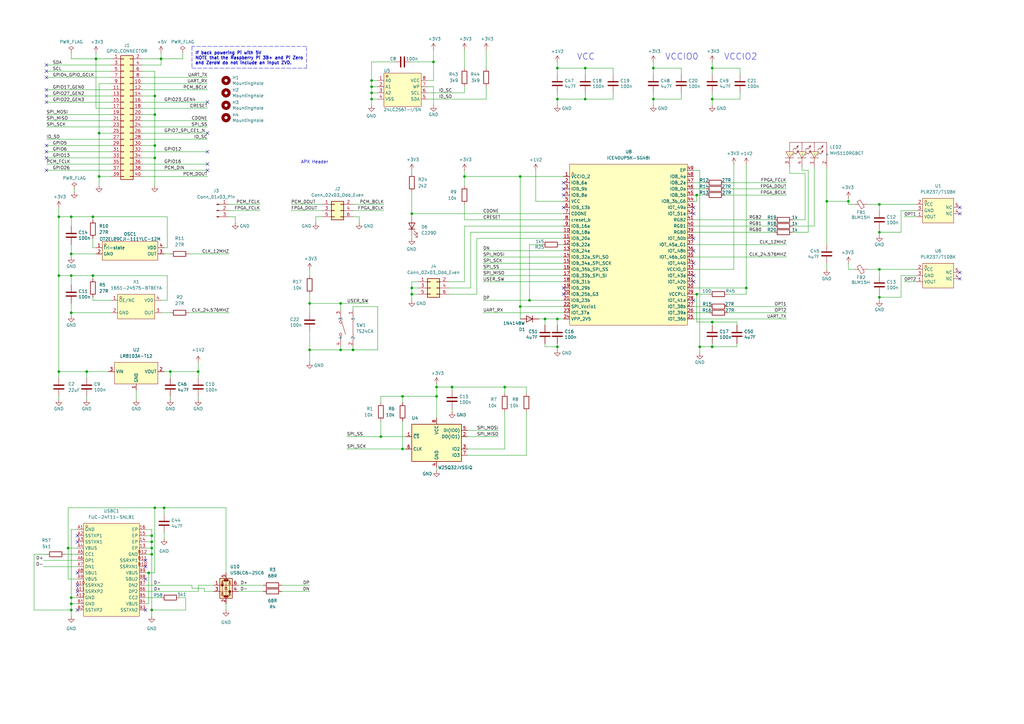
<source format=kicad_sch>
(kicad_sch (version 20250114) (generator "eeschema") (generator_version "9.0")
  (paper "A3")
  (title_block (title "Pi Zero W Hat AK4118 SPDIF transmitter") (date "2025-06-14") (rev "1.0"))
  (text "If back powering Pi with 5V \nNOTE that the Raspberry Pi 3B+ and Pi Zero \nand ZeroW do not include an input ZVD." (at 80.01 26.67 0) (effects (font (size 1.27 1.27) (thickness 0.254) (bold yes)) (justify left bottom)))
  (text "VCCIO2" (at 303.784 23.368 0) (effects (font (size 2.54 2.54))))
  (text "APX Header" (at 129.032 66.548 0) (effects (font (size 1.27 1.27))))
  (text "VCCIO0\n" (at 279.654 23.368 0) (effects (font (size 2.54 2.54))))
  (text "VCC\n" (at 240.284 23.368 0) (effects (font (size 2.54 2.54))))
  (junction (at 67.31 208.28))
  (junction (at 62.23 224.79))
  (junction (at 60.96 234.95))
  (junction (at 228.6 142.24))
  (junction (at 152.4 40.64))
  (junction (at 292.1 142.24))
  (junction (at 285.75 80.01))
  (junction (at 177.8 25.4))
  (junction (at 165.1 184.15))
  (junction (at 179.07 158.75))
  (junction (at 63.5 208.28))
  (junction (at 360.68 95.25))
  (junction (at 38.1 88.9))
  (junction (at 127 124.46))
  (junction (at 69.85 152.4))
  (junction (at 360.68 110.49))
  (junction (at 40.64 72.39))
  (junction (at 228.6 130.81))
  (junction (at 285.75 120.65))
  (junction (at 240.03 27.94))
  (junction (at 267.97 40.64))
  (junction (at 292.1 132.08))
  (junction (at 62.23 219.71))
  (junction (at 179.07 162.56))
  (junction (at 152.4 35.56))
  (junction (at 168.91 87.63))
  (junction (at 35.56 152.4))
  (junction (at 29.21 128.27))
  (junction (at 40.64 54.61))
  (junction (at 29.21 245.11))
  (junction (at 139.7 143.51))
  (junction (at 62.23 227.33))
  (junction (at 63.5 46.99))
  (junction (at 339.09 82.55))
  (junction (at 213.36 125.73))
  (junction (at 223.52 130.81))
  (junction (at 63.5 64.77))
  (junction (at 29.21 250.19))
  (junction (at 292.1 27.94))
  (junction (at 267.97 27.94))
  (junction (at 63.5 39.37))
  (junction (at 228.6 27.94))
  (junction (at 152.4 38.1))
  (junction (at 29.21 104.14))
  (junction (at 207.01 158.75))
  (junction (at 62.23 222.25))
  (junction (at 62.23 250.19))
  (junction (at 24.13 88.9))
  (junction (at 66.04 24.13))
  (junction (at 185.42 158.75))
  (junction (at 29.21 88.9))
  (junction (at 39.37 24.13))
  (junction (at 190.5 72.39))
  (junction (at 306.07 118.11))
  (junction (at 240.03 40.64))
  (junction (at 360.68 83.82))
  (junction (at 29.21 113.03))
  (junction (at 152.4 33.02))
  (junction (at 139.7 124.46))
  (junction (at 63.5 59.69))
  (junction (at 156.21 179.07))
  (junction (at 213.36 72.39))
  (junction (at 24.13 113.03))
  (junction (at 127 143.51))
  (junction (at 287.02 142.24))
  (junction (at 292.1 40.64))
  (junction (at 347.98 82.55))
  (junction (at 165.1 162.56))
  (junction (at 168.91 120.65))
  (junction (at 81.28 152.4))
  (junction (at 144.78 143.51))
  (junction (at 38.1 113.03))
  (junction (at 29.21 247.65))
  (junction (at 217.17 123.19))
  (junction (at 168.91 118.11))
  (junction (at 360.68 121.92))
  (junction (at 24.13 152.4))
  (junction (at 228.6 40.64))
  (junction (at 27.94 224.79))
  (no_connect (at 31.75 222.25))
  (no_connect (at 19.05 59.69))
  (no_connect (at 19.05 39.37))
  (no_connect (at 19.05 69.85))
  (no_connect (at 31.75 250.19))
  (no_connect (at 19.05 64.77))
  (no_connect (at 31.75 219.71))
  (no_connect (at 59.69 232.41))
  (no_connect (at 393.7 114.3))
  (no_connect (at 85.09 69.85))
  (no_connect (at 284.48 115.57))
  (no_connect (at 19.05 31.75))
  (no_connect (at 19.05 36.83))
  (no_connect (at 59.69 250.19))
  (no_connect (at 284.48 85.09))
  (no_connect (at 231.14 74.93))
  (no_connect (at 85.09 62.23))
  (no_connect (at 59.69 237.49))
  (no_connect (at 393.7 111.76))
  (no_connect (at 59.69 229.87))
  (no_connect (at 284.48 87.63))
  (no_connect (at 284.48 97.79))
  (no_connect (at 19.05 62.23))
  (no_connect (at 31.75 242.57))
  (no_connect (at 284.48 123.19))
  (no_connect (at 85.09 41.91))
  (no_connect (at 393.7 87.63))
  (no_connect (at 231.14 77.47))
  (no_connect (at 284.48 113.03))
  (no_connect (at 231.14 80.01))
  (no_connect (at 31.75 234.95))
  (no_connect (at 284.48 102.87))
  (no_connect (at 393.7 85.09))
  (no_connect (at 31.75 240.03))
  (no_connect (at 85.09 67.31))
  (no_connect (at 284.48 107.95))
  (no_connect (at 19.05 26.67))
  (no_connect (at 85.09 54.61))
  (no_connect (at 231.14 120.65))
  (no_connect (at 19.05 41.91))
  (no_connect (at 19.05 29.21))
  (no_connect (at 231.14 85.09))
  (no_connect (at 231.14 118.11))
  (wire (pts (xy 59.69 242.57) (xy 81.28 242.57)))
  (wire (pts (xy 129.54 91.44) (xy 129.54 88.9)))
  (wire (pts (xy 152.4 40.64) (xy 152.4 38.1)))
  (wire (pts (xy 207.01 158.75) (xy 185.42 158.75)))
  (wire (pts (xy 29.21 247.65) (xy 31.75 247.65)))
  (wire (pts (xy 198.12 107.95) (xy 231.14 107.95)))
  (wire (pts (xy 59.69 240.03) (xy 78.74 240.03)))
  (wire (pts (xy 19.05 69.85) (xy 45.72 69.85)))
  (wire (pts (xy 240.03 27.94) (xy 228.6 27.94)))
  (wire (pts (xy 177.8 33.02) (xy 175.26 33.02)))
  (wire (pts (xy 213.36 125.73) (xy 231.14 125.73)))
  (wire (pts (xy 334.01 92.71) (xy 334.01 68.58)))
  (wire (pts (xy 29.21 104.14) (xy 39.37 104.14)))
  (wire (pts (xy 58.42 26.67) (xy 66.04 26.67)))
  (wire (pts (xy 24.13 113.03) (xy 29.21 113.03)))
  (wire (pts (xy 298.45 120.65) (xy 306.07 120.65)))
  (wire (pts (xy 179.07 162.56) (xy 179.07 171.45)))
  (wire (pts (xy 279.4 27.94) (xy 279.4 30.48)))
  (wire (pts (xy 69.85 162.56) (xy 69.85 163.83)))
  (wire (pts (xy 13.97 227.33) (xy 13.97 250.19)))
  (wire (pts (xy 152.4 40.64) (xy 154.94 40.64)))
  (wire (pts (xy 45.72 54.61) (xy 40.64 54.61)))
  (wire (pts (xy 219.71 82.55) (xy 219.71 69.85)))
  (wire (pts (xy 45.72 44.45) (xy 39.37 44.45)))
  (wire (pts (xy 38.1 101.6) (xy 38.1 97.79)))
  (wire (pts (xy 190.5 115.57) (xy 190.5 92.71)))
  (wire (pts (xy 287.02 69.85) (xy 284.48 69.85)))
  (wire (pts (xy 213.36 130.81) (xy 213.36 125.73)))
  (wire (pts (xy 300.99 110.49) (xy 284.48 110.49)))
  (wire (pts (xy 284.48 77.47) (xy 289.56 77.47)))
  (wire (pts (xy 38.1 88.9) (xy 68.58 88.9)))
  (wire (pts (xy 228.6 27.94) (xy 228.6 30.48)))
  (wire (pts (xy 292.1 25.4) (xy 292.1 27.94)))
  (wire (pts (xy 19.05 46.99) (xy 45.72 46.99)))
  (wire (pts (xy 298.45 125.73) (xy 322.58 125.73)))
  (wire (pts (xy 40.64 54.61) (xy 40.64 72.39)))
  (wire (pts (xy 152.4 25.4) (xy 152.4 33.02)))
  (wire (pts (xy 73.66 245.11) (xy 76.2 245.11)))
  (wire (pts (xy 24.13 152.4) (xy 35.56 152.4)))
  (wire (pts (xy 198.12 105.41) (xy 231.14 105.41)))
  (wire (pts (xy 127 124.46) (xy 139.7 124.46)))
  (wire (pts (xy 59.69 222.25) (xy 62.23 222.25)))
  (wire (pts (xy 355.6 110.49) (xy 360.68 110.49)))
  (wire (pts (xy 165.1 172.72) (xy 165.1 184.15)))
  (wire (pts (xy 132.08 83.82) (xy 119.38 83.82)))
  (wire (pts (xy 19.05 227.33) (xy 13.97 227.33)))
  (wire (pts (xy 45.72 34.29) (xy 40.64 34.29)))
  (wire (pts (xy 185.42 160.02) (xy 185.42 158.75)))
  (wire (pts (xy 81.28 152.4) (xy 81.28 154.94)))
  (wire (pts (xy 156.21 165.1) (xy 156.21 162.56)))
  (wire (pts (xy 193.04 95.25) (xy 231.14 95.25)))
  (wire (pts (xy 58.42 57.15) (xy 85.09 57.15)))
  (wire (pts (xy 228.6 130.81) (xy 231.14 130.81)))
  (wire (pts (xy 179.07 191.77) (xy 179.07 193.04)))
  (polyline (pts (xy 125.73 19.05) (xy 78.74 19.05)) (stroke (width 0) (type dash)))
  (wire (pts (xy 191.77 186.69) (xy 215.9 186.69)))
  (wire (pts (xy 177.8 35.56) (xy 177.8 43.18)))
  (wire (pts (xy 251.46 38.1) (xy 251.46 40.64)))
  (wire (pts (xy 38.1 123.19) (xy 45.72 123.19)))
  (wire (pts (xy 29.21 24.13) (xy 39.37 24.13)))
  (wire (pts (xy 45.72 72.39) (xy 40.64 72.39)))
  (wire (pts (xy 29.21 104.14) (xy 29.21 105.41)))
  (wire (pts (xy 58.42 49.53) (xy 85.09 49.53)))
  (wire (pts (xy 285.75 120.65) (xy 290.83 120.65)))
  (wire (pts (xy 207.01 168.91) (xy 207.01 184.15)))
  (wire (pts (xy 190.5 90.17) (xy 231.14 90.17)))
  (wire (pts (xy 195.58 120.65) (xy 184.15 120.65)))
  (wire (pts (xy 284.48 120.65) (xy 285.75 120.65)))
  (wire (pts (xy 347.98 81.28) (xy 347.98 82.55)))
  (wire (pts (xy 62.23 227.33) (xy 62.23 224.79)))
  (wire (pts (xy 62.23 250.19) (xy 62.23 227.33)))
  (wire (pts (xy 62.23 222.25) (xy 62.23 219.71)))
  (wire (pts (xy 139.7 124.46) (xy 139.7 127)))
  (wire (pts (xy 292.1 133.35) (xy 292.1 132.08)))
  (wire (pts (xy 306.07 67.31) (xy 306.07 118.11)))
  (wire (pts (xy 81.28 242.57) (xy 81.28 240.03)))
  (wire (pts (xy 19.05 41.91) (xy 45.72 41.91)))
  (wire (pts (xy 325.12 90.17) (xy 330.2 90.17)))
  (wire (pts (xy 59.69 219.71) (xy 62.23 219.71)))
  (wire (pts (xy 81.28 152.4) (xy 81.28 148.59)))
  (wire (pts (xy 195.58 97.79) (xy 195.58 120.65)))
  (wire (pts (xy 29.21 252.73) (xy 29.21 250.19)))
  (wire (pts (xy 77.47 128.27) (xy 93.98 128.27)))
  (wire (pts (xy 198.12 128.27) (xy 231.14 128.27)))
  (wire (pts (xy 35.56 152.4) (xy 44.45 152.4)))
  (wire (pts (xy 251.46 30.48) (xy 251.46 27.94)))
  (wire (pts (xy 97.79 242.57) (xy 107.95 242.57)))
  (wire (pts (xy 156.21 179.07) (xy 166.37 179.07)))
  (wire (pts (xy 66.04 128.27) (xy 69.85 128.27)))
  (wire (pts (xy 360.68 110.49) (xy 360.68 113.03)))
  (wire (pts (xy 339.09 107.95) (xy 339.09 110.49)))
  (wire (pts (xy 66.04 26.67) (xy 66.04 24.13)))
  (wire (pts (xy 156.21 172.72) (xy 156.21 179.07)))
  (wire (pts (xy 27.94 208.28) (xy 27.94 224.79)))
  (wire (pts (xy 38.1 88.9) (xy 38.1 90.17)))
  (wire (pts (xy 339.09 82.55) (xy 347.98 82.55)))
  (wire (pts (xy 240.03 40.64) (xy 228.6 40.64)))
  (wire (pts (xy 347.98 107.95) (xy 347.98 110.49)))
  (wire (pts (xy 27.94 224.79) (xy 31.75 224.79)))
  (polyline (pts (xy 125.73 27.94) (xy 125.73 19.05)) (stroke (width 0) (type dash)))
  (wire (pts (xy 284.48 118.11) (xy 306.07 118.11)))
  (wire (pts (xy 302.26 133.35) (xy 302.26 132.08)))
  (wire (pts (xy 147.32 91.44) (xy 147.32 88.9)))
  (wire (pts (xy 360.68 110.49) (xy 375.92 110.49)))
  (wire (pts (xy 251.46 40.64) (xy 240.03 40.64)))
  (wire (pts (xy 168.91 87.63) (xy 231.14 87.63)))
  (wire (pts (xy 144.78 125.73) (xy 154.94 125.73)))
  (wire (pts (xy 92.71 234.95) (xy 92.71 208.28)))
  (wire (pts (xy 69.85 152.4) (xy 69.85 154.94)))
  (wire (pts (xy 179.07 158.75) (xy 179.07 162.56)))
  (wire (pts (xy 175.26 35.56) (xy 177.8 35.56)))
  (wire (pts (xy 168.91 120.65) (xy 168.91 118.11)))
  (wire (pts (xy 303.53 27.94) (xy 303.53 30.48)))
  (wire (pts (xy 297.18 74.93) (xy 322.58 74.93)))
  (wire (pts (xy 58.42 69.85) (xy 85.09 69.85)))
  (wire (pts (xy 297.18 77.47) (xy 322.58 77.47)))
  (wire (pts (xy 58.42 54.61) (xy 85.09 54.61)))
  (wire (pts (xy 35.56 152.4) (xy 35.56 154.94)))
  (wire (pts (xy 179.07 157.48) (xy 179.07 158.75)))
  (wire (pts (xy 267.97 27.94) (xy 267.97 30.48)))
  (wire (pts (xy 24.13 113.03) (xy 24.13 152.4)))
  (polyline (pts (xy 78.74 27.94) (xy 125.73 27.94)) (stroke (width 0) (type dash)))
  (wire (pts (xy 284.48 82.55) (xy 285.75 82.55)))
  (wire (pts (xy 66.04 24.13) (xy 74.93 24.13)))
  (wire (pts (xy 59.69 245.11) (xy 66.04 245.11)))
  (wire (pts (xy 375.92 86.36) (xy 369.57 86.36)))
  (wire (pts (xy 19.05 29.21) (xy 45.72 29.21)))
  (wire (pts (xy 67.31 104.14) (xy 69.85 104.14)))
  (wire (pts (xy 19.05 49.53) (xy 45.72 49.53)))
  (wire (pts (xy 284.48 95.25) (xy 317.5 95.25)))
  (wire (pts (xy 81.28 162.56) (xy 81.28 163.83)))
  (wire (pts (xy 13.97 250.19) (xy 29.21 250.19)))
  (wire (pts (xy 302.26 142.24) (xy 292.1 142.24)))
  (wire (pts (xy 63.5 208.28) (xy 27.94 208.28)))
  (wire (pts (xy 93.98 86.36) (xy 106.68 86.36)))
  (wire (pts (xy 287.02 144.78) (xy 287.02 142.24)))
  (wire (pts (xy 58.42 24.13) (xy 66.04 24.13)))
  (wire (pts (xy 63.5 39.37) (xy 63.5 46.99)))
  (wire (pts (xy 69.85 152.4) (xy 81.28 152.4)))
  (wire (pts (xy 231.14 82.55) (xy 219.71 82.55)))
  (wire (pts (xy 223.52 142.24) (xy 228.6 142.24)))
  (wire (pts (xy 279.4 40.64) (xy 267.97 40.64)))
  (wire (pts (xy 127 135.89) (xy 127 143.51)))
  (wire (pts (xy 144.78 86.36) (xy 157.48 86.36)))
  (wire (pts (xy 323.85 71.12) (xy 330.2 71.12)))
  (wire (pts (xy 59.69 247.65) (xy 60.96 247.65)))
  (wire (pts (xy 156.21 162.56) (xy 165.1 162.56)))
  (wire (pts (xy 67.31 208.28) (xy 92.71 208.28)))
  (wire (pts (xy 168.91 123.19) (xy 168.91 120.65)))
  (wire (pts (xy 185.42 167.64) (xy 185.42 168.91)))
  (wire (pts (xy 267.97 40.64) (xy 267.97 43.18)))
  (wire (pts (xy 213.36 72.39) (xy 213.36 125.73)))
  (wire (pts (xy 29.21 245.11) (xy 31.75 245.11)))
  (wire (pts (xy 60.96 234.95) (xy 63.5 234.95)))
  (wire (pts (xy 144.78 142.24) (xy 144.78 143.51)))
  (wire (pts (xy 213.36 72.39) (xy 231.14 72.39)))
  (wire (pts (xy 191.77 184.15) (xy 207.01 184.15)))
  (wire (pts (xy 59.69 224.79) (xy 62.23 224.79)))
  (wire (pts (xy 223.52 130.81) (xy 223.52 133.35)))
  (wire (pts (xy 228.6 130.81) (xy 228.6 133.35)))
  (wire (pts (xy 161.29 25.4) (xy 152.4 25.4)))
  (wire (pts (xy 139.7 142.24) (xy 139.7 143.51)))
  (wire (pts (xy 284.48 130.81) (xy 322.58 130.81)))
  (wire (pts (xy 58.42 72.39) (xy 85.09 72.39)))
  (wire (pts (xy 17.78 229.87) (xy 31.75 229.87)))
  (wire (pts (xy 67.31 101.6) (xy 68.58 101.6)))
  (wire (pts (xy 144.78 83.82) (xy 157.48 83.82)))
  (wire (pts (xy 59.69 227.33) (xy 62.23 227.33)))
  (wire (pts (xy 287.02 142.24) (xy 287.02 69.85)))
  (wire (pts (xy 360.68 121.92) (xy 360.68 123.19)))
  (wire (pts (xy 370.84 88.9) (xy 375.92 88.9)))
  (wire (pts (xy 298.45 128.27) (xy 322.58 128.27)))
  (wire (pts (xy 285.75 82.55) (xy 285.75 80.01)))
  (wire (pts (xy 35.56 162.56) (xy 35.56 163.83)))
  (wire (pts (xy 144.78 127) (xy 144.78 125.73)))
  (wire (pts (xy 63.5 234.95) (xy 63.5 208.28)))
  (wire (pts (xy 63.5 59.69) (xy 63.5 64.77)))
  (wire (pts (xy 152.4 35.56) (xy 152.4 33.02)))
  (wire (pts (xy 127 124.46) (xy 127 128.27)))
  (wire (pts (xy 360.68 83.82) (xy 375.92 83.82)))
  (wire (pts (xy 284.48 80.01) (xy 285.75 80.01)))
  (wire (pts (xy 154.94 143.51) (xy 144.78 143.51)))
  (wire (pts (xy 19.05 31.75) (xy 45.72 31.75)))
  (wire (pts (xy 199.39 35.56) (xy 199.39 40.64)))
  (wire (pts (xy 325.12 92.71) (xy 334.01 92.71)))
  (wire (pts (xy 284.48 125.73) (xy 290.83 125.73)))
  (wire (pts (xy 297.18 80.01) (xy 322.58 80.01)))
  (wire (pts (xy 223.52 130.81) (xy 228.6 130.81)))
  (wire (pts (xy 190.5 35.56) (xy 190.5 38.1)))
  (wire (pts (xy 40.64 34.29) (xy 40.64 54.61)))
  (wire (pts (xy 347.98 110.49) (xy 350.52 110.49)))
  (wire (pts (xy 165.1 162.56) (xy 165.1 165.1)))
  (wire (pts (xy 168.91 120.65) (xy 171.45 120.65)))
  (wire (pts (xy 267.97 25.4) (xy 267.97 27.94)))
  (wire (pts (xy 96.52 91.44) (xy 96.52 88.9)))
  (wire (pts (xy 19.05 26.67) (xy 45.72 26.67)))
  (wire (pts (xy 193.04 118.11) (xy 193.04 95.25)))
  (wire (pts (xy 58.42 64.77) (xy 63.5 64.77)))
  (wire (pts (xy 58.42 62.23) (xy 85.09 62.23)))
  (wire (pts (xy 152.4 38.1) (xy 152.4 35.56)))
  (wire (pts (xy 67.31 152.4) (xy 69.85 152.4)))
  (wire (pts (xy 97.79 240.03) (xy 107.95 240.03)))
  (wire (pts (xy 62.23 219.71) (xy 62.23 217.17)))
  (wire (pts (xy 152.4 33.02) (xy 154.94 33.02)))
  (wire (pts (xy 168.91 87.63) (xy 168.91 88.9)))
  (wire (pts (xy 60.96 247.65) (xy 60.96 234.95)))
  (wire (pts (xy 292.1 140.97) (xy 292.1 142.24)))
  (wire (pts (xy 215.9 158.75) (xy 207.01 158.75)))
  (wire (pts (xy 38.1 121.92) (xy 38.1 123.19)))
  (wire (pts (xy 127 110.49) (xy 127 113.03)))
  (wire (pts (xy 177.8 25.4) (xy 177.8 33.02)))
  (wire (pts (xy 292.1 38.1) (xy 292.1 40.64)))
  (wire (pts (xy 325.12 95.25) (xy 331.47 95.25)))
  (wire (pts (xy 58.42 46.99) (xy 63.5 46.99)))
  (wire (pts (xy 168.91 78.74) (xy 168.91 87.63)))
  (wire (pts (xy 142.24 179.07) (xy 156.21 179.07)))
  (wire (pts (xy 76.2 250.19) (xy 62.23 250.19)))
  (wire (pts (xy 127 143.51) (xy 127 148.59)))
  (wire (pts (xy 24.13 152.4) (xy 24.13 154.94)))
  (wire (pts (xy 154.94 125.73) (xy 154.94 143.51)))
  (wire (pts (xy 339.09 68.58) (xy 339.09 82.55)))
  (wire (pts (xy 19.05 52.07) (xy 45.72 52.07)))
  (wire (pts (xy 198.12 113.03) (xy 231.14 113.03)))
  (wire (pts (xy 63.5 46.99) (xy 63.5 59.69)))
  (wire (pts (xy 328.93 68.58) (xy 328.93 69.85)))
  (wire (pts (xy 292.1 40.64) (xy 292.1 43.18)))
  (wire (pts (xy 215.9 161.29) (xy 215.9 158.75)))
  (wire (pts (xy 175.26 40.64) (xy 199.39 40.64)))
  (wire (pts (xy 190.5 72.39) (xy 190.5 76.2)))
  (wire (pts (xy 190.5 69.85) (xy 190.5 72.39)))
  (wire (pts (xy 370.84 115.57) (xy 375.92 115.57)))
  (wire (pts (xy 39.37 101.6) (xy 38.1 101.6)))
  (wire (pts (xy 185.42 158.75) (xy 179.07 158.75)))
  (wire (pts (xy 24.13 88.9) (xy 29.21 88.9)))
  (wire (pts (xy 40.64 72.39) (xy 40.64 76.2)))
  (wire (pts (xy 31.75 237.49) (xy 27.94 237.49)))
  (wire (pts (xy 331.47 69.85) (xy 331.47 95.25)))
  (wire (pts (xy 19.05 67.31) (xy 45.72 67.31)))
  (wire (pts (xy 168.91 25.4) (xy 177.8 25.4)))
  (wire (pts (xy 58.42 39.37) (xy 63.5 39.37)))
  (wire (pts (xy 369.57 86.36) (xy 369.57 95.25)))
  (wire (pts (xy 228.6 38.1) (xy 228.6 40.64)))
  (wire (pts (xy 228.6 40.64) (xy 228.6 43.18)))
  (wire (pts (xy 360.68 93.98) (xy 360.68 95.25)))
  (wire (pts (xy 215.9 168.91) (xy 215.9 186.69)))
  (wire (pts (xy 58.42 34.29) (xy 85.09 34.29)))
  (wire (pts (xy 63.5 64.77) (xy 63.5 76.2)))
  (wire (pts (xy 19.05 39.37) (xy 45.72 39.37)))
  (wire (pts (xy 29.21 128.27) (xy 29.21 129.54)))
  (wire (pts (xy 303.53 27.94) (xy 292.1 27.94)))
  (wire (pts (xy 76.2 245.11) (xy 76.2 250.19)))
  (wire (pts (xy 30.48 77.47) (xy 30.48 78.74)))
  (wire (pts (xy 303.53 38.1) (xy 303.53 40.64)))
  (wire (pts (xy 19.05 64.77) (xy 45.72 64.77)))
  (wire (pts (xy 67.31 218.44) (xy 67.31 220.98)))
  (wire (pts (xy 251.46 27.94) (xy 240.03 27.94)))
  (wire (pts (xy 339.09 82.55) (xy 339.09 100.33)))
  (wire (pts (xy 360.68 120.65) (xy 360.68 121.92)))
  (wire (pts (xy 129.54 88.9) (xy 132.08 88.9)))
  (wire (pts (xy 347.98 83.82) (xy 350.52 83.82)))
  (wire (pts (xy 29.21 245.11) (xy 29.21 217.17)))
  (wire (pts (xy 58.42 52.07) (xy 85.09 52.07)))
  (wire (pts (xy 24.13 85.09) (xy 24.13 88.9)))
  (wire (pts (xy 302.26 140.97) (xy 302.26 142.24)))
  (wire (pts (xy 190.5 92.71) (xy 231.14 92.71)))
  (wire (pts (xy 198.12 123.19) (xy 217.17 123.19)))
  (wire (pts (xy 29.21 100.33) (xy 29.21 104.14)))
  (wire (pts (xy 198.12 102.87) (xy 231.14 102.87)))
  (wire (pts (xy 74.93 21.59) (xy 74.93 24.13)))
  (wire (pts (xy 68.58 101.6) (xy 68.58 88.9)))
  (wire (pts (xy 39.37 24.13) (xy 39.37 21.59)))
  (wire (pts (xy 29.21 88.9) (xy 38.1 88.9)))
  (wire (pts (xy 175.26 38.1) (xy 190.5 38.1)))
  (wire (pts (xy 165.1 184.15) (xy 166.37 184.15)))
  (wire (pts (xy 165.1 162.56) (xy 179.07 162.56)))
  (wire (pts (xy 279.4 27.94) (xy 267.97 27.94)))
  (wire (pts (xy 29.21 88.9) (xy 29.21 92.71)))
  (wire (pts (xy 58.42 29.21) (xy 63.5 29.21)))
  (wire (pts (xy 132.08 86.36) (xy 119.38 86.36)))
  (wire (pts (xy 284.48 128.27) (xy 290.83 128.27)))
  (wire (pts (xy 139.7 124.46) (xy 151.13 124.46)))
  (wire (pts (xy 323.85 68.58) (xy 323.85 71.12)))
  (wire (pts (xy 66.04 123.19) (xy 68.58 123.19)))
  (wire (pts (xy 55.88 160.02) (xy 55.88 163.83)))
  (wire (pts (xy 29.21 128.27) (xy 45.72 128.27)))
  (wire (pts (xy 217.17 100.33) (xy 217.17 123.19)))
  (wire (pts (xy 369.57 95.25) (xy 360.68 95.25)))
  (wire (pts (xy 284.48 74.93) (xy 289.56 74.93)))
  (wire (pts (xy 360.68 95.25) (xy 360.68 96.52)))
  (wire (pts (xy 177.8 20.32) (xy 177.8 25.4)))
  (wire (pts (xy 83.82 242.57) (xy 87.63 242.57)))
  (wire (pts (xy 355.6 83.82) (xy 360.68 83.82)))
  (wire (pts (xy 62.23 224.79) (xy 62.23 222.25)))
  (wire (pts (xy 152.4 38.1) (xy 154.94 38.1)))
  (wire (pts (xy 360.68 83.82) (xy 360.68 86.36)))
  (wire (pts (xy 285.75 132.08) (xy 285.75 120.65)))
  (wire (pts (xy 29.21 24.13) (xy 29.21 21.59)))
  (wire (pts (xy 66.04 24.13) (xy 66.04 21.59)))
  (wire (pts (xy 369.57 121.92) (xy 360.68 121.92)))
  (wire (pts (xy 184.15 118.11) (xy 193.04 118.11)))
  (wire (pts (xy 292.1 142.24) (xy 287.02 142.24)))
  (wire (pts (xy 217.17 100.33) (xy 222.25 100.33)))
  (wire (pts (xy 369.57 113.03) (xy 369.57 121.92)))
  (wire (pts (xy 60.96 234.95) (xy 59.69 234.95)))
  (wire (pts (xy 228.6 25.4) (xy 228.6 27.94)))
  (wire (pts (xy 58.42 31.75) (xy 85.09 31.75)))
  (wire (pts (xy 62.23 217.17) (xy 59.69 217.17)))
  (wire (pts (xy 68.58 123.19) (xy 68.58 113.03)))
  (wire (pts (xy 330.2 71.12) (xy 330.2 90.17)))
  (wire (pts (xy 267.97 38.1) (xy 267.97 40.64)))
  (polyline (pts (xy 78.74 19.05) (xy 78.74 27.94)) (stroke (width 0) (type dash)))
  (wire (pts (xy 220.98 130.81) (xy 223.52 130.81)))
  (wire (pts (xy 39.37 24.13) (xy 45.72 24.13)))
  (wire (pts (xy 96.52 88.9) (xy 93.98 88.9)))
  (wire (pts (xy 228.6 142.24) (xy 228.6 143.51)))
  (wire (pts (xy 142.24 184.15) (xy 165.1 184.15)))
  (wire (pts (xy 24.13 88.9) (xy 24.13 113.03)))
  (wire (pts (xy 240.03 38.1) (xy 240.03 40.64)))
  (wire (pts (xy 24.13 162.56) (xy 24.13 163.83)))
  (wire (pts (xy 62.23 252.73) (xy 62.23 250.19)))
  (wire (pts (xy 19.05 59.69) (xy 45.72 59.69)))
  (wire (pts (xy 168.91 118.11) (xy 168.91 115.57)))
  (wire (pts (xy 375.92 113.03) (xy 369.57 113.03)))
  (wire (pts (xy 217.17 123.19) (xy 231.14 123.19)))
  (wire (pts (xy 81.28 240.03) (xy 87.63 240.03)))
  (wire (pts (xy 58.42 59.69) (xy 63.5 59.69)))
  (wire (pts (xy 115.57 242.57) (xy 127 242.57)))
  (wire (pts (xy 231.14 97.79) (xy 195.58 97.79)))
  (wire (pts (xy 38.1 113.03) (xy 68.58 113.03)))
  (wire (pts (xy 58.42 44.45) (xy 85.09 44.45)))
  (wire (pts (xy 279.4 38.1) (xy 279.4 40.64)))
  (wire (pts (xy 58.42 67.31) (xy 85.09 67.31)))
  (wire (pts (xy 115.57 240.03) (xy 127 240.03)))
  (wire (pts (xy 152.4 43.18) (xy 152.4 40.64)))
  (wire (pts (xy 292.1 27.94) (xy 292.1 30.48)))
  (wire (pts (xy 284.48 100.33) (xy 322.58 100.33)))
  (wire (pts (xy 302.26 132.08) (xy 292.1 132.08)))
  (wire (pts (xy 191.77 179.07) (xy 204.47 179.07)))
  (wire (pts (xy 168.91 118.11) (xy 171.45 118.11)))
  (wire (pts (xy 29.21 124.46) (xy 29.21 128.27)))
  (wire (pts (xy 284.48 105.41) (xy 322.58 105.41)))
  (wire (pts (xy 198.12 115.57) (xy 231.14 115.57)))
  (wire (pts (xy 78.74 240.03) (xy 78.74 241.3)))
  (wire (pts (xy 26.67 227.33) (xy 31.75 227.33)))
  (wire (pts (xy 139.7 143.51) (xy 127 143.51)))
  (wire (pts (xy 39.37 44.45) (xy 39.37 24.13)))
  (wire (pts (xy 198.12 110.49) (xy 231.14 110.49)))
  (wire (pts (xy 207.01 158.75) (xy 207.01 161.29)))
  (wire (pts (xy 240.03 27.94) (xy 240.03 30.48)))
  (wire (pts (xy 190.5 72.39) (xy 213.36 72.39)))
  (wire (pts (xy 63.5 29.21) (xy 63.5 39.37)))
  (wire (pts (xy 27.94 237.49) (xy 27.94 224.79)))
  (wire (pts (xy 139.7 143.51) (xy 144.78 143.51)))
  (wire (pts (xy 284.48 90.17) (xy 317.5 90.17)))
  (wire (pts (xy 199.39 20.32) (xy 199.39 27.94)))
  (wire (pts (xy 29.21 113.03) (xy 29.21 116.84)))
  (wire (pts (xy 19.05 62.23) (xy 45.72 62.23)))
  (wire (pts (xy 285.75 80.01) (xy 289.56 80.01)))
  (wire (pts (xy 168.91 115.57) (xy 171.45 115.57)))
  (wire (pts (xy 19.05 36.83) (xy 45.72 36.83)))
  (wire (pts (xy 168.91 96.52) (xy 168.91 97.79)))
  (wire (pts (xy 58.42 36.83) (xy 85.09 36.83)))
  (wire (pts (xy 38.1 113.03) (xy 38.1 114.3)))
  (wire (pts (xy 77.47 104.14) (xy 93.98 104.14)))
  (wire (pts (xy 17.78 232.41) (xy 31.75 232.41)))
  (wire (pts (xy 184.15 115.57) (xy 190.5 115.57)))
  (wire (pts (xy 168.91 69.85) (xy 168.91 71.12)))
  (wire (pts (xy 78.74 241.3) (xy 83.82 241.3)))
  (wire (pts (xy 347.98 82.55) (xy 347.98 83.82)))
  (wire (pts (xy 328.93 69.85) (xy 331.47 69.85)))
  (wire (pts (xy 190.5 20.32) (xy 190.5 27.94)))
  (wire (pts (xy 306.07 120.65) (xy 306.07 118.11)))
  (wire (pts (xy 228.6 140.97) (xy 228.6 142.24)))
  (wire (pts (xy 229.87 100.33) (xy 231.14 100.33)))
  (wire (pts (xy 152.4 35.56) (xy 154.94 35.56)))
  (wire (pts (xy 29.21 113.03) (xy 38.1 113.03)))
  (wire (pts (xy 63.5 208.28) (xy 67.31 208.28)))
  (wire (pts (xy 58.42 41.91) (xy 85.09 41.91)))
  (wire (pts (xy 190.5 90.17) (xy 190.5 83.82)))
  (wire (pts (xy 147.32 88.9) (xy 144.78 88.9)))
  (wire (pts (xy 303.53 40.64) (xy 292.1 40.64)))
  (wire (pts (xy 29.21 250.19) (xy 29.21 247.65)))
  (wire (pts (xy 284.48 92.71) (xy 317.5 92.71)))
  (wire (pts (xy 92.71 247.65) (xy 92.71 250.19)))
  (wire (pts (xy 67.31 208.28) (xy 67.31 210.82)))
  (wire (pts (xy 300.99 67.31) (xy 300.99 110.49)))
  (wire (pts (xy 191.77 176.53) (xy 204.47 176.53)))
  (wire (pts (xy 29.21 217.17) (xy 31.75 217.17)))
  (wire (pts (xy 285.75 132.08) (xy 292.1 132.08)))
  (wire (pts (xy 127 124.46) (xy 127 120.65)))
  (wire (pts (xy 83.82 241.3) (xy 83.82 242.57)))
  (wire (pts (xy 93.98 83.82) (xy 106.68 83.82)))
  (wire (pts (xy 29.21 247.65) (xy 29.21 245.11)))
  (wire (pts (xy 19.05 57.15) (xy 45.72 57.15)))
  (wire (pts (xy 223.52 140.97) (xy 223.52 142.24)))
  (label "FPGA_BCLK" (at 157.48 86.36 180))
  (label "GPIO13" (at 21.59 64.77 0))
  (label "D-" (at 101.6 242.57 180))
  (label "PCM_DOUT" (at 85.09 72.39 180))
  (label "GPIO4_GPIO_GCLK" (at 21.59 31.75 0))
  (label "OPT1" (at 322.58 125.73 180))
  (label "GPIO23_GEN4" (at 67.31 41.91 0))
  (label "PCM_DOUT" (at 119.38 83.82 0))
  (label "SPI_MISO" (at 19.05 49.53 0))
  (label "UART_RX" (at 85.09 34.29 180))
  (label "FPGA_FCLK" (at 322.58 74.93 180))
  (label "GPIO12" (at 67.31 62.23 0))
  (label "CLK_12MHZ" (at 322.58 100.33 180))
  (label "GPIO6" (at 21.59 62.23 0))
  (label "DP" (at 127 240.03 180))
  (label "PCM_FCLK" (at 106.68 83.82 180))
  (label "OPT2" (at 370.84 115.57 0))
  (label "OPT2" (at 322.58 128.27 180))
  (label "SPI_MISO" (at 198.12 113.03 0))
  (label "D-" (at 17.78 232.41 180))
  (label "FPGA_DOUT" (at 322.58 77.47 180))
  (label "CRESET" (at 85.09 44.45 180))
  (label "GPIO22_GEN3" (at 21.59 41.91 0))
  (label "CDONE" (at 85.09 49.53 180))
  (label "GPIO16" (at 67.31 67.31 0))
  (label "ID_SD" (at 185.42 40.64 180))
  (label "DN" (at 198.12 102.87 0))
  (label "GPIO7_SPI_CE1_N" (at 67.31 54.61 0))
  (label "ID_SC" (at 85.09 57.15 180))
  (label "SPI_SCK" (at 19.05 52.07 0))
  (label "GPIO27_GEN2" (at 21.59 39.37 0))
  (label "PCM_BCLK" (at 85.09 36.83 180))
  (label "SDA" (at 21.59 26.67 0))
  (label "FPGA_BCLK" (at 322.58 80.01 180))
  (label "USER_SW" (at 151.13 124.46 180))
  (label "UART_RX" (at 198.12 128.27 0))
  (label "USER_SW" (at 198.12 115.57 0))
  (label "DN" (at 127 242.57 180))
  (label "D+" (at 101.6 240.03 180) (effects (font (size 1.2446 1.2446))))
  (label "GPIO26" (at 21.59 69.85 0))
  (label "RGB0" (at 312.42 95.25 180))
  (label "UART_TX" (at 322.58 130.81 180))
  (label "CRESET" (at 198.12 90.17 0))
  (label "SPI_SS" (at 198.12 110.49 0))
  (label "PCM_FCLK" (at 19.05 67.31 0))
  (label "SPI_MOSI" (at 19.05 46.99 0))
  (label "FPGA_DOUT" (at 119.38 86.36 0))
  (label "OPT1" (at 370.84 88.9 0))
  (label "ID_SC" (at 185.42 38.1 180))
  (label "D+" (at 66.04 242.57 180) (effects (font (size 1.2446 1.2446))))
  (label "DP" (at 198.12 123.19 0))
  (label "RGB1" (at 312.42 92.71 180))
  (label "CLK_24.576MHZ" (at 322.58 105.41 180))
  (label "SPI_SS" (at 85.09 52.07 180))
  (label "UART_TX" (at 85.09 31.75 180))
  (label "CLK_12MHZ" (at 93.98 104.14 180))
  (label "SPI_MOSI" (at 204.47 176.53 180))
  (label "RGB2" (at 312.42 90.17 180))
  (label "SPI_SCK" (at 198.12 107.95 0))
  (label "GPIO5" (at 21.59 59.69 0))
  (label "SPI_SCK" (at 142.24 184.15 0))
  (label "SPI_MOSI" (at 198.12 105.41 0))
  (label "GPIO17_GEN0" (at 21.59 36.83 0))
  (label "SPI_MISO" (at 204.47 179.07 180))
  (label "SPI_SS" (at 142.24 179.07 0))
  (label "FPGA_FCLK" (at 106.68 86.36 180))
  (label "SCL" (at 21.59 29.21 0))
  (label "ID_SD" (at 19.05 57.15 0))
  (label "CLK_24.576MHZ" (at 93.98 128.27 180))
  (label "D+" (at 17.78 229.87 180) (effects (font (size 1.2446 1.2446))))
  (label "D-" (at 66.04 240.03 180))
  (label "CDONE" (at 198.12 87.63 0))
  (label "PCM_DIN" (at 67.31 69.85 0))
  (label "PCM_BCLK" (at 157.48 83.82 180))
  (symbol (lib_id "Connector_Generic:Conn_02x20_Odd_Even") (at 50.8 46.99 0) (unit 1)
    (property "Reference" "J1" (at 52.07 18.6182 0))
    (property "Value" "GPIO_CONNECTOR" (at 52.07 20.9296 0))
    (property "Footprint" "lib:PinSocket_2x20_P2.54mm_Vertical_Centered_Anchor" (effects (hide yes)))
  )
  (symbol (lib_id "raspberrypi_zerow_uhat-rescue:GND-power") (at 40.64 76.2 0) (unit 1)
    (property "Reference" "#PWR0101" (effects (hide yes)))
    (property "Value" "GND" (effects (hide yes)))
  )
  (symbol (lib_id "raspberrypi_zerow_uhat-rescue:GND-power") (at 63.5 76.2 0) (unit 1)
    (property "Reference" "#PWR0102" (effects (hide yes)))
    (property "Value" "GND" (effects (hide yes)))
  )
  (symbol (lib_id "raspberrypi_zerow_uhat-rescue:+3.3V-power") (at 39.37 21.59 0) (unit 1)
    (property "Reference" "#PWR0103" (effects (hide yes)))
    (property "Value" "+3V3" (at 39.751 17.1958 0))
  )
  (symbol (lib_id "raspberrypi_zerow_uhat-rescue:+5V-power") (at 66.04 21.59 0) (unit 1)
    (property "Reference" "#PWR0104" (effects (hide yes)))
    (property "Value" "+5V" (at 66.421 17.1958 0))
  )
  (symbol (lib_id "raspberrypi_zerow_uhat-rescue:PWR_FLAG-power") (at 29.21 21.59 0) (unit 1)
    (property "Reference" "#FLG0101" (effects (hide yes)))
    (property "Value" "PWR_FLAG" (at 29.21 17.1704 0))
  )
  (symbol (lib_id "raspberrypi_zerow_uhat-rescue:GND-power") (at 30.48 78.74 0) (unit 1)
    (property "Reference" "#PWR0105" (effects (hide yes)))
    (property "Value" "GND" (effects (hide yes)))
  )
  (symbol (lib_id "raspberrypi_zerow_uhat-rescue:PWR_FLAG-power") (at 30.48 77.47 0) (unit 1)
    (property "Reference" "#FLG0102" (effects (hide yes)))
    (property "Value" "PWR_FLAG" (at 30.48 73.0504 0))
  )
  (symbol (lib_id "raspberrypi_zerow_uhat-rescue:PWR_FLAG-power") (at 74.93 21.59 0) (unit 1)
    (property "Reference" "#FLG0103" (effects (hide yes)))
    (property "Value" "PWR_FLAG" (at 74.93 17.1704 0))
  )
  (symbol (lib_id "Mechanical:MountingHole") (at 92.71 33.02 0) (unit 1)
    (property "Reference" "H1" (at 95.25 31.8516 0) (effects (justify left)))
    (property "Value" "MountingHole" (at 95.25 34.163 0) (effects (justify left)))
    (property "Footprint" "lib:MountingHole_2.7mm_M2.5_uHAT_RPi" (effects (hide yes)))
  )
  (symbol (lib_id "Mechanical:MountingHole") (at 92.71 38.1 0) (unit 1)
    (property "Reference" "H2" (at 95.25 36.9316 0) (effects (justify left)))
    (property "Value" "MountingHole" (at 95.25 39.243 0) (effects (justify left)))
    (property "Footprint" "lib:MountingHole_2.7mm_M2.5_uHAT_RPi" (effects (hide yes)))
  )
  (symbol (lib_id "Mechanical:MountingHole") (at 92.71 43.18 0) (unit 1)
    (property "Reference" "H3" (at 95.25 42.0116 0) (effects (justify left)))
    (property "Value" "MountingHole" (at 95.25 44.323 0) (effects (justify left)))
    (property "Footprint" "lib:MountingHole_2.7mm_M2.5_uHAT_RPi" (effects (hide yes)))
  )
  (symbol (lib_id "Mechanical:MountingHole") (at 92.71 48.26 0) (unit 1)
    (property "Reference" "H4" (at 95.25 47.0916 0) (effects (justify left)))
    (property "Value" "MountingHole" (at 95.25 49.403 0) (effects (justify left)))
    (property "Footprint" "lib:MountingHole_2.7mm_M2.5_uHAT_RPi" (effects (hide yes)))
  )
  (symbol (lib_id "Device:R") (at 156.21 168.91 0) (mirror y) (unit 1)
    (property "Reference" "R1" (at 153.035 167.64 0) (effects (justify left)))
    (property "Value" "10k" (at 153.035 170.18 0) (effects (justify left)))
    (property "Footprint" "Resistor_SMD:R_0402_1005Metric" (effects (hide yes)))
  )
  (symbol (lib_id "Device:R") (at 190.5 80.01 0) (mirror y) (unit 1)
    (property "Reference" "R9" (at 187.325 78.74 0) (effects (justify left)))
    (property "Value" "10k" (at 187.325 81.28 0) (effects (justify left)))
    (property "Footprint" "Resistor_SMD:R_0402_1005Metric" (effects (hide yes)))
  )
  (symbol (lib_id "Device:R") (at 190.5 31.75 0) (mirror x) (unit 1)
    (property "Reference" "R43" (at 187.96 30.4799 0) (effects (justify right)))
    (property "Value" "3k9" (at 187.96 33.0199 0) (effects (justify right)))
    (property "Footprint" "Resistor_SMD:R_0603_1608Metric_Pad0.98x0.95mm_HandSolder" (effects (hide yes)))
    (property "Description" "Resistor" (effects (hide yes)))
  )
  (symbol (lib_id "raspberrypi_zerow_uhat-rescue:+3.3V-power") (at 24.13 85.09 0) (unit 1)
    (property "Reference" "#PWR0106" (effects (hide yes)))
    (property "Value" "+3V3" (at 24.511 80.6958 0))
  )
  (symbol (lib_id "Device:C") (at 292.1 34.29 0) (unit 1)
    (property "Reference" "C49" (at 295.021 33.1216 0) (effects (justify left)))
    (property "Value" "4u7F" (at 295.021 35.433 0) (effects (justify left)))
    (property "Footprint" "Capacitor_SMD:C_0603_1608Metric_Pad1.08x0.95mm_HandSolder" (effects (hide yes)))
  )
  (symbol (lib_id "Device:C") (at 228.6 137.16 0) (unit 1)
    (property "Reference" "C16" (at 231.521 135.9916 0) (effects (justify left)))
    (property "Value" "100n" (at 231.521 138.303 0) (effects (justify left)))
    (property "Footprint" "Capacitor_SMD:C_0402_1005Metric" (effects (hide yes)))
  )
  (symbol (lib_id "power:GND") (at 339.09 110.49 0) (mirror y) (unit 1)
    (property "Reference" "#PWR039" (effects (hide yes)))
    (property "Value" "GND" (at 339.09 114.3 0))
  )
  (symbol (lib_id "Device:C") (at 29.21 96.52 0) (unit 1)
    (property "Reference" "C14" (at 32.131 95.3516 0) (effects (justify left)))
    (property "Value" "100n" (at 32.131 97.663 0) (effects (justify left)))
    (property "Footprint" "Capacitor_SMD:C_0402_1005Metric" (effects (hide yes)))
  )
  (symbol (lib_id "power:GND") (at 92.71 250.19 0) (unit 1)
    (property "Reference" "#PWR032" (effects (hide yes)))
    (property "Value" "GND" (at 92.71 255.27 0))
    (property "Description" "Power symbol creates a global label with name \"GND\" , ground" (effects (hide yes)))
  )
  (symbol (lib_id "Memory_Flash:W25Q128JVS") (at 179.07 181.61 0) (unit 1)
    (property "Reference" "U4" (at 170.18 171.45 0))
    (property "Value" "W25Q32JVSSIQ" (at 186.69 191.77 0))
    (property "Footprint" "Package_SO:SOIC-8_5.3x5.3mm_P1.27mm" (effects (hide yes)))
    (property "Datasheet" "http://www.winbond.com/resource-files/w25q128jv_dtr%20revc%2003272018%20plus.pdf" (effects (hide yes)))
  )
  (symbol (lib_id "Locrius_KiCad:TS24CA") (at 142.24 134.62 270) (unit 1)
    (property "Reference" "SW1" (at 146.05 133.3499 90) (effects (justify left)))
    (property "Value" "TS24CA" (at 146.05 135.8899 90) (effects (justify left)))
    (property "Footprint" "Locrius_KiCad:SW-SMD_TS24CA" (effects (hide yes)))
    (property "Datasheet" "https://lcsc.com/product-detail/Tactile-Switches_SHOU-HAN-TS24CA_C393942.html" (effects (hide yes)))
    (property "LCSC Part" "C393942" (effects (hide yes)))
  )
  (symbol (lib_id "Locrius_KiCad:1651-24575-BTBEYA") (at 55.88 125.73 0) (unit 1)
    (property "Reference" "X1" (at 55.88 115.57 0))
    (property "Value" "1651-24575-BTBEYA" (at 55.88 118.11 0))
    (property "Footprint" "Locrius_KiCad:OSC-SMD_4P-L2.5-W2.0-BL" (effects (hide yes)))
    (property "LCSC Part" "C3003263" (effects (hide yes)))
  )
  (symbol (lib_id "power:+3V3") (at 300.99 67.31 0) (mirror y) (unit 1)
    (property "Reference" "#PWR025" (effects (hide yes)))
    (property "Value" "+3V3" (at 300.609 62.9158 0))
  )
  (symbol (lib_id "Connector_Generic:Conn_02x03_Odd_Even") (at 137.16 86.36 0) (unit 1)
    (property "Reference" "J2" (at 138.43 77.47 0))
    (property "Value" "Conn_02x03_Odd_Even" (at 138.43 80.01 0))
    (property "Footprint" "Connector_PinHeader_2.54mm:PinHeader_2x03_P2.54mm_Vertical" (effects (hide yes)))
    (property "Description" "Generic connector, double row, 02x03, odd/even pin numbering scheme (row 1 odd numbers, row 2 even numbers), script generated (kicad-library-utils/schlib/autogen/connector/)" (effects (hide yes)))
  )
  (symbol (lib_id "power:+3V3") (at 347.98 107.95 0) (mirror y) (unit 1)
    (property "Reference" "#PWR033" (effects (hide yes)))
    (property "Value" "+3V3" (at 347.599 103.5558 0))
  )
  (symbol (lib_id "Locrius_KiCad:PLT237_T10WH") (at 384.81 86.36 0) (unit 1)
    (property "Reference" "U1" (at 384.81 76.2 0))
    (property "Value" "PLR237/T10BK" (at 384.81 78.74 0))
    (property "Footprint" "Locrius_KiCad:OPTO-TH_PLR237-T10BK" (effects (hide yes)))
    (property "LCSC Part" "C17427482" (effects (hide yes)))
  )
  (symbol (lib_id "power:+3V3") (at 199.39 20.32 0) (unit 1)
    (property "Reference" "#PWR036" (effects (hide yes)))
    (property "Value" "+3V3" (at 199.771 15.9258 0))
  )
  (symbol (lib_id "Device:C") (at 35.56 158.75 0) (unit 1)
    (property "Reference" "C9" (at 38.481 157.5816 0) (effects (justify left)))
    (property "Value" "100n" (at 38.481 159.893 0) (effects (justify left)))
    (property "Footprint" "Capacitor_SMD:C_0402_1005Metric" (effects (hide yes)))
  )
  (symbol (lib_id "Device:R") (at 69.85 245.11 90) (unit 1)
    (property "Reference" "R58" (at 66.802 244.094 90) (effects (justify left)))
    (property "Value" "5k1" (at 76.454 243.84 90) (effects (justify left)))
    (property "Footprint" "Resistor_SMD:R_0603_1608Metric_Pad0.98x0.95mm_HandSolder" (effects (hide yes)))
    (property "Description" "Resistor" (effects (hide yes)))
  )
  (symbol (lib_id "power:GND") (at 168.91 123.19 0) (mirror y) (unit 1)
    (property "Reference" "#PWR038" (effects (hide yes)))
    (property "Value" "GND" (at 172.72 124.46 0))
  )
  (symbol (lib_id "Device:R") (at 165.1 168.91 0) (mirror y) (unit 1)
    (property "Reference" "R6" (at 161.925 167.64 0) (effects (justify left)))
    (property "Value" "10k" (at 161.925 170.18 0) (effects (justify left)))
    (property "Footprint" "Resistor_SMD:R_0402_1005Metric" (effects (hide yes)))
  )
  (symbol (lib_id "power:+3V3") (at 177.8 20.32 0) (unit 1)
    (property "Reference" "#PWR037" (effects (hide yes)))
    (property "Value" "+3V3" (at 178.181 15.9258 0))
  )
  (symbol (lib_id "Device:C") (at 185.42 163.83 0) (unit 1)
    (property "Reference" "C15" (at 188.341 162.6616 0) (effects (justify left)))
    (property "Value" "100n" (at 188.341 164.973 0) (effects (justify left)))
    (property "Footprint" "Capacitor_SMD:C_0402_1005Metric" (effects (hide yes)))
  )
  (symbol (lib_id "power:+3V3") (at 190.5 69.85 0) (unit 1)
    (property "Reference" "#PWR024" (effects (hide yes)))
    (property "Value" "+3V3" (at 190.881 65.4558 0))
  )
  (symbol (lib_id "power:+3V3") (at 190.5 20.32 0) (unit 1)
    (property "Reference" "#PWR035" (effects (hide yes)))
    (property "Value" "+3V3" (at 190.881 15.9258 0))
  )
  (symbol (lib_id "power:GND") (at 62.23 252.73 0) (unit 1)
    (property "Reference" "#PWR082" (effects (hide yes)))
    (property "Value" "GND" (at 62.23 257.81 0))
    (property "Description" "Power symbol creates a global label with name \"GND\" , ground" (effects (hide yes)))
  )
  (symbol (lib_id "power:GND") (at 228.6 143.51 0) (mirror y) (unit 1)
    (property "Reference" "#PWR030" (effects (hide yes)))
    (property "Value" "GND" (at 232.41 144.78 0))
  )
  (symbol (lib_id "Device:R") (at 73.66 104.14 90) (unit 1)
    (property "Reference" "R11" (at 73.66 97.79 90))
    (property "Value" "27R" (at 73.66 100.33 90))
    (property "Footprint" "Resistor_SMD:R_0402_1005Metric_Pad0.72x0.64mm_HandSolder" (effects (hide yes)))
    (property "Description" "Resistor" (effects (hide yes)))
  )
  (symbol (lib_id "Diode:1N4148W") (at 217.17 130.81 180) (unit 1)
    (property "Reference" "D1" (at 214.122 135.128 0))
    (property "Value" "1N4148W" (at 210.82 132.588 0))
    (property "Footprint" "Diode_SMD:D_SOD-123" (effects (hide yes)))
    (property "Datasheet" "https://www.vishay.com/docs/85748/1n4148w.pdf" (effects (hide yes)))
    (property "Description" "75V 0.15A Fast Switching Diode, SOD-123" (effects (hide yes)))
    (property "Sim.Device" "D" (effects (hide yes)))
    (property "Sim.Pins" "1=K 2=A" (effects (hide yes)))
  )
  (symbol (lib_id "Device:C") (at 360.68 116.84 0) (unit 1)
    (property "Reference" "C13" (at 363.601 115.6716 0) (effects (justify left)))
    (property "Value" "100n" (at 363.601 117.983 0) (effects (justify left)))
    (property "Footprint" "Capacitor_SMD:C_0402_1005Metric" (effects (hide yes)))
  )
  (symbol (lib_id "power:GND") (at 29.21 129.54 0) (unit 1)
    (property "Reference" "#PWR087" (effects (hide yes)))
    (property "Value" "GND" (at 29.21 133.35 0))
    (property "Description" "Power symbol creates a global label with name \"GND\" , ground" (effects (hide yes)))
  )
  (symbol (lib_id "power:GND") (at 147.32 91.44 0) (mirror y) (unit 1)
    (property "Reference" "#PWR051" (effects (hide yes)))
    (property "Value" "GND" (at 151.13 92.71 0))
  )
  (symbol (lib_id "Device:C") (at 69.85 158.75 0) (unit 1)
    (property "Reference" "C46" (at 72.771 157.5816 0) (effects (justify left)))
    (property "Value" "4u7F" (at 72.771 159.893 0) (effects (justify left)))
    (property "Footprint" "Capacitor_SMD:C_0603_1608Metric_Pad1.08x0.95mm_HandSolder" (effects (hide yes)))
  )
  (symbol (lib_id "Device:R") (at 22.86 227.33 90) (unit 1)
    (property "Reference" "R57" (at 20.955 221.6149 90) (effects (justify left)))
    (property "Value" "5k1" (at 20.955 224.1549 90) (effects (justify left)))
    (property "Footprint" "Resistor_SMD:R_0603_1608Metric_Pad0.98x0.95mm_HandSolder" (effects (hide yes)))
    (property "Description" "Resistor" (effects (hide yes)))
  )
  (symbol (lib_id "Locrius_KiCad:PLT237_T10WH") (at 384.81 113.03 0) (unit 1)
    (property "Reference" "U6" (at 384.81 102.87 0))
    (property "Value" "PLR237/T10BK" (at 384.81 105.41 0))
    (property "Footprint" "Locrius_KiCad:OPTO-TH_PLR237-T10BK" (effects (hide yes)))
    (property "LCSC Part" "C17427482" (effects (hide yes)))
  )
  (symbol (lib_id "Locrius_KiCad:FUC-24F11-SNLB1") (at 45.72 233.68 0) (unit 1)
    (property "Reference" "USBC1" (at 45.72 209.55 0))
    (property "Value" "FUC-24F11-SNLB1" (at 45.72 212.09 0))
    (property "Footprint" "Locrius_KiCad:USB-C-SMD_C67380" (effects (hide yes)))
    (property "Datasheet" "https://lcsc.com/product-detail/USB-Type-C_Type-C-3-1Female90Four-feet-of-the-terminalSM-DIP-High-temperature_C67380.html" (effects (hide yes)))
    (property "LCSC Part" "C67380" (effects (hide yes)))
  )
  (symbol (lib_id "power:GND") (at 67.31 220.98 0) (unit 1)
    (property "Reference" "#PWR084" (effects (hide yes)))
    (property "Value" "GND" (at 67.31 226.06 0))
    (property "Description" "Power symbol creates a global label with name \"GND\" , ground" (effects (hide yes)))
  )
  (symbol (lib_id "power:+3V3") (at 127 110.49 0) (unit 1)
    (property "Reference" "#PWR046" (effects (hide yes)))
    (property "Value" "+3V3" (at 127.381 106.0958 0))
  )
  (symbol (lib_id "Connector:Conn_01x03_Pin") (at 88.9 86.36 0) (unit 1)
    (property "Reference" "J3" (at 88.646 78.232 0))
    (property "Value" "Conn_01x03_Pin" (at 88.646 80.772 0))
    (property "Footprint" "Connector_PinHeader_2.54mm:PinHeader_1x03_P2.54mm_Vertical" (effects (hide yes)))
    (property "Description" "Generic connector, single row, 01x03, script generated" (effects (hide yes)))
  )
  (symbol (lib_id "Device:R") (at 38.1 118.11 180) (unit 1)
    (property "Reference" "R5" (at 40.64 116.8399 0) (effects (justify right)))
    (property "Value" "27R" (at 40.64 119.3799 0) (effects (justify right)))
    (property "Footprint" "Resistor_SMD:R_0402_1005Metric_Pad0.72x0.64mm_HandSolder" (effects (hide yes)))
    (property "Description" "Resistor" (effects (hide yes)))
  )
  (symbol (lib_id "Device:C") (at 339.09 104.14 0) (mirror y) (unit 1)
    (property "Reference" "C45" (at 336.169 102.9716 0) (effects (justify left)))
    (property "Value" "4u7F" (at 336.169 105.283 0) (effects (justify left)))
    (property "Footprint" "Capacitor_SMD:C_0603_1608Metric_Pad1.08x0.95mm_HandSolder" (effects (hide yes)))
  )
  (symbol (lib_id "Device:R") (at 321.31 92.71 90) (mirror x) (unit 1)
    (property "Reference" "R18" (at 316.5823 91.694 90))
    (property "Value" "1k" (at 325.9803 91.694 90))
    (property "Footprint" "Resistor_SMD:R_0402_1005Metric_Pad0.72x0.64mm_HandSolder" (effects (hide yes)))
    (property "Description" "Resistor" (effects (hide yes)))
  )
  (symbol (lib_id "power:+1V2") (at 228.6 25.4 0) (unit 1)
    (property "Reference" "#PWR04" (effects (hide yes)))
    (property "Value" "+1V2" (at 228.6 21.082 0))
    (property "Description" "Power symbol creates a global label with name \"+1V2\"" (effects (hide yes)))
  )
  (symbol (lib_id "power:+1V2") (at 306.07 67.31 0) (mirror y) (unit 1)
    (property "Reference" "#PWR03" (effects (hide yes)))
    (property "Value" "+1V2" (at 306.07 62.992 0))
    (property "Description" "Power symbol creates a global label with name \"+1V2\"" (effects (hide yes)))
  )
  (symbol (lib_id "Device:C") (at 127 132.08 0) (unit 1)
    (property "Reference" "C22" (at 118.872 131.0386 0) (effects (justify left)))
    (property "Value" "100n" (at 118.872 133.35 0) (effects (justify left)))
    (property "Footprint" "Capacitor_SMD:C_0402_1005Metric" (effects (hide yes)))
  )
  (symbol (lib_id "Device:FerriteBead_Small") (at 353.06 83.82 90) (mirror x) (unit 1)
    (property "Reference" "FB1" (at 355.092 87.122 90) (effects (justify left)))
    (property "Value" "BLM15H" (at 356.87 89.154 90) (effects (justify left)))
    (property "Footprint" "Inductor_SMD:L_0402_1005Metric" (effects (hide yes)))
    (property "Description" "Ferrite bead, small symbol" (effects (hide yes)))
  )
  (symbol (lib_id "Device:FerriteBead_Small") (at 353.06 110.49 90) (mirror x) (unit 1)
    (property "Reference" "FB2" (at 355.092 113.792 90) (effects (justify left)))
    (property "Value" "BLM15H" (at 356.87 115.824 90) (effects (justify left)))
    (property "Footprint" "Inductor_SMD:L_0402_1005Metric" (effects (hide yes)))
    (property "Description" "Ferrite bead, small symbol" (effects (hide yes)))
  )
  (symbol (lib_id "Locrius_KiCad:LR8103A-T12") (at 57.15 154.94 0) (unit 1)
    (property "Reference" "U2" (at 55.88 143.51 0))
    (property "Value" "LR8103A-T12" (at 55.88 146.05 0))
    (property "Footprint" "Locrius_KiCad:SOT-23-3_L2.9-W1.6-P1.90-LS2.8-BR" (effects (hide yes)))
    (property "LCSC Part" "C7501644" (effects (hide yes)))
  )
  (symbol (lib_id "power:GND") (at 96.52 91.44 0) (mirror y) (unit 1)
    (property "Reference" "#PWR049" (effects (hide yes)))
    (property "Value" "GND" (at 100.33 92.71 0))
  )
  (symbol (lib_id "Device:C") (at 240.03 34.29 0) (unit 1)
    (property "Reference" "C18" (at 242.951 33.1216 0) (effects (justify left)))
    (property "Value" "100n" (at 242.951 35.433 0) (effects (justify left)))
    (property "Footprint" "Capacitor_SMD:C_0402_1005Metric" (effects (hide yes)))
  )
  (symbol (lib_id "power:GND") (at 29.21 252.73 0) (unit 1)
    (property "Reference" "#PWR083" (effects (hide yes)))
    (property "Value" "GND" (at 29.21 257.81 0))
    (property "Description" "Power symbol creates a global label with name \"GND\" , ground" (effects (hide yes)))
  )
  (symbol (lib_id "power:GND") (at 29.21 105.41 0) (unit 1)
    (property "Reference" "#PWR091" (effects (hide yes)))
    (property "Value" "GND" (at 29.21 109.22 0))
    (property "Description" "Power symbol creates a global label with name \"GND\" , ground" (effects (hide yes)))
  )
  (symbol (lib_id "Device:R") (at 294.64 120.65 270) (mirror x) (unit 1)
    (property "Reference" "R45" (at 301.498 119.38 90) (effects (justify right)))
    (property "Value" "100" (at 291.846 119.38 90) (effects (justify right)))
    (property "Footprint" "Resistor_SMD:R_0603_1608Metric_Pad0.98x0.95mm_HandSolder" (effects (hide yes)))
    (property "Description" "Resistor" (effects (hide yes)))
  )
  (symbol (lib_id "power:GND") (at 24.13 163.83 0) (unit 1)
    (property "Reference" "#PWR090" (effects (hide yes)))
    (property "Value" "GND" (at 24.13 167.64 0))
    (property "Description" "Power symbol creates a global label with name \"GND\" , ground" (effects (hide yes)))
  )
  (symbol (lib_id "power:GND") (at 55.88 163.83 0) (unit 1)
    (property "Reference" "#PWR086" (effects (hide yes)))
    (property "Value" "GND" (at 55.88 167.64 0))
    (property "Description" "Power symbol creates a global label with name \"GND\" , ground" (effects (hide yes)))
  )
  (symbol (lib_id "Device:C") (at 24.13 158.75 0) (unit 1)
    (property "Reference" "C2" (at 27.94 157.4799 0) (effects (justify left)))
    (property "Value" "22uF" (at 27.94 160.0199 0) (effects (justify left)))
    (property "Footprint" "Capacitor_SMD:C_1206_3216Metric_Pad1.33x1.80mm_HandSolder" (effects (hide yes)))
    (property "Description" "Unpolarized capacitor" (effects (hide yes)))
  )
  (symbol (lib_id "Device:C") (at 251.46 34.29 0) (unit 1)
    (property "Reference" "C19" (at 254.381 33.1216 0) (effects (justify left)))
    (property "Value" "100n" (at 254.381 35.433 0) (effects (justify left)))
    (property "Footprint" "Capacitor_SMD:C_0402_1005Metric" (effects (hide yes)))
  )
  (symbol (lib_id "power:GND") (at 127 148.59 0) (mirror y) (unit 1)
    (property "Reference" "#PWR045" (effects (hide yes)))
    (property "Value" "GND" (at 130.81 149.86 0))
  )
  (symbol (lib_id "power:GND") (at 177.8 43.18 0) (unit 1)
    (property "Reference" "#PWR092" (effects (hide yes)))
    (property "Value" "GND" (at 177.8 46.99 0))
    (property "Description" "Power symbol creates a global label with name \"GND\" , ground" (effects (hide yes)))
  )
  (symbol (lib_id "power:GND") (at 287.02 144.78 0) (mirror y) (unit 1)
    (property "Reference" "#PWR029" (effects (hide yes)))
    (property "Value" "GND" (at 287.02 148.59 0))
  )
  (symbol (lib_id "power:+3V3") (at 347.98 81.28 0) (mirror y) (unit 1)
    (property "Reference" "#PWR026" (effects (hide yes)))
    (property "Value" "+3V3" (at 347.599 76.8858 0))
  )
  (symbol (lib_id "Device:C") (at 279.4 34.29 0) (unit 1)
    (property "Reference" "C20" (at 282.321 33.1216 0) (effects (justify left)))
    (property "Value" "100n" (at 282.321 35.433 0) (effects (justify left)))
    (property "Footprint" "Capacitor_SMD:C_0402_1005Metric" (effects (hide yes)))
  )
  (symbol (lib_id "Device:C") (at 360.68 90.17 0) (unit 1)
    (property "Reference" "C12" (at 363.601 89.0016 0) (effects (justify left)))
    (property "Value" "100n" (at 363.601 91.313 0) (effects (justify left)))
    (property "Footprint" "Capacitor_SMD:C_0402_1005Metric" (effects (hide yes)))
  )
  (symbol (lib_id "Device:C") (at 292.1 137.16 0) (unit 1)
    (property "Reference" "C17" (at 295.021 135.9916 0) (effects (justify left)))
    (property "Value" "100n" (at 295.021 138.303 0) (effects (justify left)))
    (property "Footprint" "Capacitor_SMD:C_0402_1005Metric" (effects (hide yes)))
  )
  (symbol (lib_id "Locrius_KiCad:MHS110RGBCT") (at 331.47 63.5 0) (unit 1)
    (property "Reference" "LED2" (at 340.36 60.3249 0) (effects (justify left)))
    (property "Value" "MHS110RGBCT" (at 340.36 62.8649 0) (effects (justify left)))
    (property "Footprint" "Locrius_KiCad:LED-ARRAY-SMD_MHS110RGBCT" (effects (hide yes)))
    (property "Datasheet" "https://lcsc.com/product-detail/New-Arrivals_MEIHUA-MHS110RGBCT_C389528.html" (effects (hide yes)))
    (property "LCSC Part" "C389528" (effects (hide yes)))
  )
  (symbol (lib_id "power:GND") (at 81.28 163.83 0) (unit 1)
    (property "Reference" "#PWR089" (effects (hide yes)))
    (property "Value" "GND" (at 81.28 167.64 0))
    (property "Description" "Power symbol creates a global label with name \"GND\" , ground" (effects (hide yes)))
  )
  (symbol (lib_id "Device:C") (at 67.31 214.63 0) (unit 1)
    (property "Reference" "C44" (at 70.231 213.4616 0) (effects (justify left)))
    (property "Value" "4u7F" (at 70.231 215.773 0) (effects (justify left)))
    (property "Footprint" "Capacitor_SMD:C_0603_1608Metric_Pad1.08x0.95mm_HandSolder" (effects (hide yes)))
  )
  (symbol (lib_id "Device:R") (at 321.31 90.17 90) (mirror x) (unit 1)
    (property "Reference" "R19" (at 316.5823 89.154 90))
    (property "Value" "1k" (at 325.9803 89.154 90))
    (property "Footprint" "Resistor_SMD:R_0402_1005Metric_Pad0.72x0.64mm_HandSolder" (effects (hide yes)))
    (property "Description" "Resistor" (effects (hide yes)))
  )
  (symbol (lib_id "power:GND") (at 292.1 43.18 0) (mirror y) (unit 1)
    (property "Reference" "#PWR044" (effects (hide yes)))
    (property "Value" "GND" (at 295.91 44.45 0))
  )
  (symbol (lib_id "power:GND") (at 228.6 43.18 0) (mirror y) (unit 1)
    (property "Reference" "#PWR040" (effects (hide yes)))
    (property "Value" "GND" (at 232.41 44.45 0))
  )
  (symbol (lib_id "Device:C") (at 223.52 137.16 0) (mirror y) (unit 1)
    (property "Reference" "C51" (at 220.599 135.9916 0) (effects (justify left)))
    (property "Value" "4u7F" (at 220.599 138.303 0) (effects (justify left)))
    (property "Footprint" "Capacitor_SMD:C_0603_1608Metric_Pad1.08x0.95mm_HandSolder" (effects (hide yes)))
  )
  (symbol (lib_id "Device:C") (at 165.1 25.4 90) (unit 1)
    (property "Reference" "C8" (at 162.56 24.13 90) (effects (justify left)))
    (property "Value" "100n" (at 171.45 24.13 90) (effects (justify left)))
    (property "Footprint" "Capacitor_SMD:C_0402_1005Metric" (effects (hide yes)))
  )
  (symbol (lib_id "Device:C") (at 81.28 158.75 0) (unit 1)
    (property "Reference" "C10" (at 84.201 157.5816 0) (effects (justify left)))
    (property "Value" "100n" (at 84.201 159.893 0) (effects (justify left)))
    (property "Footprint" "Capacitor_SMD:C_0402_1005Metric" (effects (hide yes)))
  )
  (symbol (lib_id "Device:C") (at 303.53 34.29 0) (unit 1)
    (property "Reference" "C21" (at 306.451 33.1216 0) (effects (justify left)))
    (property "Value" "100n" (at 306.451 35.433 0) (effects (justify left)))
    (property "Footprint" "Capacitor_SMD:C_0402_1005Metric" (effects (hide yes)))
  )
  (symbol (lib_id "Device:R") (at 215.9 165.1 0) (mirror y) (unit 1)
    (property "Reference" "R8" (at 212.725 163.83 0) (effects (justify left)))
    (property "Value" "10k" (at 212.725 166.37 0) (effects (justify left)))
    (property "Footprint" "Resistor_SMD:R_0402_1005Metric" (effects (hide yes)))
  )
  (symbol (lib_id "Device:R") (at 207.01 165.1 0) (mirror y) (unit 1)
    (property "Reference" "R7" (at 203.835 163.83 0) (effects (justify left)))
    (property "Value" "10k" (at 203.835 166.37 0) (effects (justify left)))
    (property "Footprint" "Resistor_SMD:R_0402_1005Metric" (effects (hide yes)))
  )
  (symbol (lib_id "power:+3V3") (at 168.91 69.85 0) (unit 1)
    (property "Reference" "#PWR023" (effects (hide yes)))
    (property "Value" "+3V3" (at 169.291 65.4558 0))
  )
  (symbol (lib_id "Device:R") (at 293.37 77.47 90) (unit 1)
    (property "Reference" "R14" (at 288.798 76.454 90))
    (property "Value" "27R" (at 297.942 76.454 90))
    (property "Footprint" "Resistor_SMD:R_0402_1005Metric_Pad0.72x0.64mm_HandSolder" (effects (hide yes)))
    (property "Description" "Resistor" (effects (hide yes)))
  )
  (symbol (lib_id "Device:R") (at 73.66 128.27 90) (unit 1)
    (property "Reference" "R2" (at 73.66 121.92 90))
    (property "Value" "27R" (at 73.66 124.46 90))
    (property "Footprint" "Resistor_SMD:R_0402_1005Metric_Pad0.72x0.64mm_HandSolder" (effects (hide yes)))
    (property "Description" "Resistor" (effects (hide yes)))
  )
  (symbol (lib_id "Locrius_KiCad:OT2EL89CJI-111YLC-12M") (at 53.34 102.87 0) (unit 1)
    (property "Reference" "OSC1" (at 53.34 96.012 0))
    (property "Value" "OT2EL89CJI-111YLC-12M" (at 53.34 98.044 0))
    (property "Footprint" "Locrius_KiCad:OSC-SMD_4P-L3.2-W2.5-BL" (effects (hide yes)))
    (property "LCSC Part" "C5280582" (effects (hide yes)))
  )
  (symbol (lib_id "power:GND") (at 360.68 96.52 0) (mirror y) (unit 1)
    (property "Reference" "#PWR031" (effects (hide yes)))
    (property "Value" "GND" (at 360.68 100.33 0))
  )
  (symbol (lib_id "Device:R") (at 294.64 125.73 90) (unit 1)
    (property "Reference" "R15" (at 290.068 124.714 90))
    (property "Value" "27R" (at 299.212 124.714 90))
    (property "Footprint" "Resistor_SMD:R_0402_1005Metric_Pad0.72x0.64mm_HandSolder" (effects (hide yes)))
    (property "Description" "Resistor" (effects (hide yes)))
  )
  (symbol (lib_id "Device:R") (at 127 116.84 0) (mirror y) (unit 1)
    (property "Reference" "R17" (at 123.825 115.57 0) (effects (justify left)))
    (property "Value" "10k" (at 123.825 118.11 0) (effects (justify left)))
    (property "Footprint" "Resistor_SMD:R_0402_1005Metric" (effects (hide yes)))
  )
  (symbol (lib_id "power:+3V3") (at 292.1 25.4 0) (unit 1)
    (property "Reference" "#PWR043" (effects (hide yes)))
    (property "Value" "+3V3" (at 292.481 21.0058 0))
  )
  (symbol (lib_id "Device:C") (at 228.6 34.29 0) (unit 1)
    (property "Reference" "C47" (at 231.521 33.1216 0) (effects (justify left)))
    (property "Value" "4u7F" (at 231.521 35.433 0) (effects (justify left)))
    (property "Footprint" "Capacitor_SMD:C_0603_1608Metric_Pad1.08x0.95mm_HandSolder" (effects (hide yes)))
  )
  (symbol (lib_id "power:GND") (at 267.97 43.18 0) (mirror y) (unit 1)
    (property "Reference" "#PWR041" (effects (hide yes)))
    (property "Value" "GND" (at 271.78 44.45 0))
  )
  (symbol (lib_id "power:GND") (at 179.07 193.04 0) (unit 1)
    (property "Reference" "#PWR027" (effects (hide yes)))
    (property "Value" "GND" (at 175.26 194.31 0))
  )
  (symbol (lib_id "Connector_Generic:Conn_02x03_Odd_Even") (at 176.53 118.11 0) (unit 1)
    (property "Reference" "J4" (at 177.8 109.22 0))
    (property "Value" "Conn_02x03_Odd_Even" (at 177.8 111.76 0))
    (property "Footprint" "Connector_PinHeader_2.54mm:PinHeader_2x03_P2.54mm_Vertical" (effects (hide yes)))
    (property "Description" "Generic connector, double row, 02x03, odd/even pin numbering scheme (row 1 odd numbers, row 2 even numbers), script generated (kicad-library-utils/schlib/autogen/connector/)" (effects (hide yes)))
  )
  (symbol (lib_id "Device:R") (at 38.1 93.98 180) (unit 1)
    (property "Reference" "R10" (at 40.64 92.7099 0) (effects (justify right)))
    (property "Value" "27R" (at 40.64 95.2499 0) (effects (justify right)))
    (property "Footprint" "Resistor_SMD:R_0402_1005Metric_Pad0.72x0.64mm_HandSolder" (effects (hide yes)))
    (property "Description" "Resistor" (effects (hide yes)))
  )
  (symbol (lib_id "power:+1V2") (at 81.28 148.59 0) (unit 1)
    (property "Reference" "#PWR01" (effects (hide yes)))
    (property "Value" "+1V2" (at 81.28 143.51 0))
    (property "Description" "Power symbol creates a global label with name \"+1V2\"" (effects (hide yes)))
  )
  (symbol (lib_id "Device:R") (at 321.31 95.25 90) (mirror x) (unit 1)
    (property "Reference" "R20" (at 316.5823 94.234 90))
    (property "Value" "1k" (at 325.9803 94.234 90))
    (property "Footprint" "Resistor_SMD:R_0402_1005Metric_Pad0.72x0.64mm_HandSolder" (effects (hide yes)))
    (property "Description" "Resistor" (effects (hide yes)))
  )
  (symbol (lib_id "Device:C") (at 302.26 137.16 0) (unit 1)
    (property "Reference" "C50" (at 305.181 135.9916 0) (effects (justify left)))
    (property "Value" "4u7F" (at 305.181 138.303 0) (effects (justify left)))
    (property "Footprint" "Capacitor_SMD:C_0603_1608Metric_Pad1.08x0.95mm_HandSolder" (effects (hide yes)))
  )
  (symbol (lib_id "Device:R") (at 111.76 240.03 90) (unit 1)
    (property "Reference" "R3" (at 111.76 233.68 90))
    (property "Value" "68R" (at 111.76 236.22 90))
    (property "Footprint" "Resistor_SMD:R_0402_1005Metric_Pad0.72x0.64mm_HandSolder" (effects (hide yes)))
    (property "Description" "Resistor" (effects (hide yes)))
  )
  (symbol (lib_id "power:GND") (at 129.54 91.44 0) (unit 1)
    (property "Reference" "#PWR050" (effects (hide yes)))
    (property "Value" "GND" (at 125.73 92.71 0))
  )
  (symbol (lib_id "Device:R") (at 294.64 128.27 90) (mirror x) (unit 1)
    (property "Reference" "R16" (at 289.9123 127.254 90))
    (property "Value" "27R" (at 299.3103 127.254 90))
    (property "Footprint" "Resistor_SMD:R_0402_1005Metric_Pad0.72x0.64mm_HandSolder" (effects (hide yes)))
    (property "Description" "Resistor" (effects (hide yes)))
  )
  (symbol (lib_id "Device:R") (at 293.37 74.93 90) (unit 1)
    (property "Reference" "R12" (at 288.798 73.914 90))
    (property "Value" "27R" (at 297.942 73.914 90))
    (property "Footprint" "Resistor_SMD:R_0402_1005Metric_Pad0.72x0.64mm_HandSolder" (effects (hide yes)))
    (property "Description" "Resistor" (effects (hide yes)))
  )
  (symbol (lib_id "Locrius_KiCad:ICE40UP5K-SG48I") (at 257.81 101.6 0) (unit 1)
    (property "Reference" "U8" (at 257.81 62.23 0))
    (property "Value" "ICE40UP5K-SG48I" (at 257.81 64.77 0))
    (property "Footprint" "Locrius_KiCad:QFN-48_L7.0-W7.0-P0.50-TL-EP5.4-1" (effects (hide yes)))
    (property "LCSC Part" "C2678152" (effects (hide yes)))
  )
  (symbol (lib_id "power:GND") (at 69.85 163.83 0) (unit 1)
    (property "Reference" "#PWR088" (effects (hide yes)))
    (property "Value" "GND" (at 69.85 167.64 0))
    (property "Description" "Power symbol creates a global label with name \"GND\" , ground" (effects (hide yes)))
  )
  (symbol (lib_id "power:+3V3") (at 179.07 157.48 0) (unit 1)
    (property "Reference" "#PWR022" (effects (hide yes)))
    (property "Value" "+3V3" (at 179.451 153.0858 0))
  )
  (symbol (lib_id "Device:C") (at 267.97 34.29 0) (unit 1)
    (property "Reference" "C48" (at 270.891 33.1216 0) (effects (justify left)))
    (property "Value" "4u7F" (at 270.891 35.433 0) (effects (justify left)))
    (property "Footprint" "Capacitor_SMD:C_0603_1608Metric_Pad1.08x0.95mm_HandSolder" (effects (hide yes)))
  )
  (symbol (lib_id "Power_Protection:USBLC6-2SC6") (at 92.71 240.03 0) (unit 1)
    (property "Reference" "U10" (at 94.3611 232.41 0) (effects (justify left)))
    (property "Value" "USBLC6-2SC6" (at 94.3611 234.95 0) (effects (justify left)))
    (property "Footprint" "Package_TO_SOT_SMD:SOT-23-6" (effects (hide yes)))
    (property "Datasheet" "https://www.st.com/resource/en/datasheet/usblc6-2.pdf" (effects (hide yes)))
    (property "Description" "Very low capacitance ESD protection diode, 2 data-line, SOT-23-6" (effects (hide yes)))
  )
  (symbol (lib_id "power:GND") (at 168.91 97.79 0) (mirror y) (unit 1)
    (property "Reference" "#PWR076" (effects (hide yes)))
    (property "Value" "GND" (at 168.783 102.1842 0))
  )
  (symbol (lib_id "Device:R") (at 168.91 74.93 180) (unit 1)
    (property "Reference" "R24" (at 171.45 73.6599 0) (effects (justify right)))
    (property "Value" "2k2" (at 171.45 76.1999 0) (effects (justify right)))
    (property "Footprint" "Resistor_SMD:R_0603_1608Metric_Pad0.98x0.95mm_HandSolder" (effects (hide yes)))
    (property "Description" "Resistor" (effects (hide yes)))
  )
  (symbol (lib_id "power:GND") (at 185.42 168.91 0) (unit 1)
    (property "Reference" "#PWR028" (effects (hide yes)))
    (property "Value" "GND" (at 189.23 170.18 0))
  )
  (symbol (lib_id "power:GND") (at 35.56 163.83 0) (unit 1)
    (property "Reference" "#PWR085" (effects (hide yes)))
    (property "Value" "GND" (at 35.56 167.64 0))
    (property "Description" "Power symbol creates a global label with name \"GND\" , ground" (effects (hide yes)))
  )
  (symbol (lib_id "Locrius_KiCad:24LC256T-I_SNSOP-8") (at 165.1 36.83 0) (unit 1)
    (property "Reference" "U5" (at 158.75 28.956 0))
    (property "Value" "24LC256T-I/SN" (at 165.1 44.958 0))
    (property "Footprint" "Locrius_KiCad:SOIC-8_L4.9-W3.9-P1.27-LS6.0-BL" (effects (hide yes)))
    (property "Datasheet" "https://lcsc.com/product-detail/EEPROM_MICROCHIP_24LC256T-I-SN-SOP-8_24LC256T-I-SN_C5458.html" (effects (hide yes)))
    (property "LCSC Part" "C5458" (effects (hide yes)))
  )
  (symbol (lib_id "Device:R") (at 199.39 31.75 0) (mirror x) (unit 1)
    (property "Reference" "R44" (at 196.85 30.4799 0) (effects (justify right)))
    (property "Value" "3k9" (at 196.85 33.0199 0) (effects (justify right)))
    (property "Footprint" "Resistor_SMD:R_0603_1608Metric_Pad0.98x0.95mm_HandSolder" (effects (hide yes)))
    (property "Description" "Resistor" (effects (hide yes)))
  )
  (symbol (lib_id "power:GND") (at 360.68 123.19 0) (mirror y) (unit 1)
    (property "Reference" "#PWR034" (effects (hide yes)))
    (property "Value" "GND" (at 360.68 127 0))
  )
  (symbol (lib_id "Device:LED") (at 168.91 92.71 90) (unit 1)
    (property "Reference" "D6" (at 172.72 93.0274 90) (effects (justify right)))
    (property "Value" "C2290" (at 172.72 95.5674 90) (effects (justify right)))
    (property "Footprint" "LED_SMD:LED_0805_2012Metric" (effects (hide yes)))
    (property "Description" "Light emitting diode" (effects (hide yes)))
    (property "Sim.Pins" "1=K 2=A" (effects (hide yes)))
  )
  (symbol (lib_id "power:+3V3") (at 267.97 25.4 0) (unit 1)
    (property "Reference" "#PWR042" (effects (hide yes)))
    (property "Value" "+3V3" (at 268.351 21.0058 0))
  )
  (symbol (lib_id "Device:R") (at 111.76 242.57 90) (mirror x) (unit 1)
    (property "Reference" "R4" (at 111.76 248.92 90))
    (property "Value" "68R" (at 111.76 246.38 90))
    (property "Footprint" "Resistor_SMD:R_0402_1005Metric_Pad0.72x0.64mm_HandSolder" (effects (hide yes)))
    (property "Description" "Resistor" (effects (hide yes)))
  )
  (symbol (lib_id "power:GND") (at 152.4 43.18 0) (mirror y) (unit 1)
    (property "Reference" "#PWR077" (effects (hide yes)))
    (property "Value" "GND" (at 152.273 47.5742 0))
  )
  (symbol (lib_id "power:+1V2") (at 219.71 69.85 0) (unit 1)
    (property "Reference" "#PWR02" (effects (hide yes)))
    (property "Value" "+1V2" (at 219.71 65.532 0))
    (property "Description" "Power symbol creates a global label with name \"+1V2\"" (effects (hide yes)))
  )
  (symbol (lib_id "Device:R") (at 293.37 80.01 90) (mirror x) (unit 1)
    (property "Reference" "R13" (at 288.798 78.994 90))
    (property "Value" "27R" (at 298.0403 78.994 90))
    (property "Footprint" "Resistor_SMD:R_0402_1005Metric_Pad0.72x0.64mm_HandSolder" (effects (hide yes)))
    (property "Description" "Resistor" (effects (hide yes)))
  )
  (symbol (lib_id "Device:R") (at 226.06 100.33 270) (unit 1)
    (property "Reference" "R25" (at 223.266 101.346 90) (effects (justify right)))
    (property "Value" "1k5" (at 223.266 99.06 90) (effects (justify right)))
    (property "Footprint" "Resistor_SMD:R_0603_1608Metric_Pad0.98x0.95mm_HandSolder" (effects (hide yes)))
    (property "Description" "Resistor" (effects (hide yes)))
  )
  (symbol (lib_id "Device:C") (at 29.21 120.65 0) (unit 1)
    (property "Reference" "C11" (at 32.131 119.4816 0) (effects (justify left)))
    (property "Value" "100n" (at 32.131 121.793 0) (effects (justify left)))
    (property "Footprint" "Capacitor_SMD:C_0402_1005Metric" (effects (hide yes)))
  )
)
</source>
